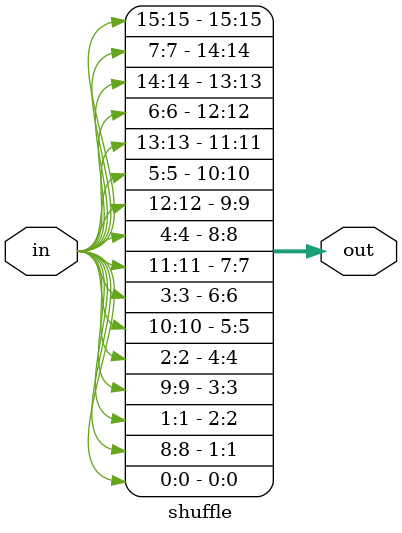
<source format=v>
`ifndef __SHUFFLE__
 `define __SHUFFLE__

module shuffle(out, in);
   parameter WAY = 2;
   parameter WIRE = 8;

   input  [WAY*WIRE-1:0]	  in;
   output [WAY*WIRE-1:0]	  out;

   genvar			  i, j;

   generate
      for (i = 0 ; i < WAY ; i = i + 1)
	for (j = 0 ; j < WIRE ; j = j + 1)
	  assign out[j * WAY + i] = in[i * WIRE + j];
   endgenerate
endmodule

`endif

</source>
